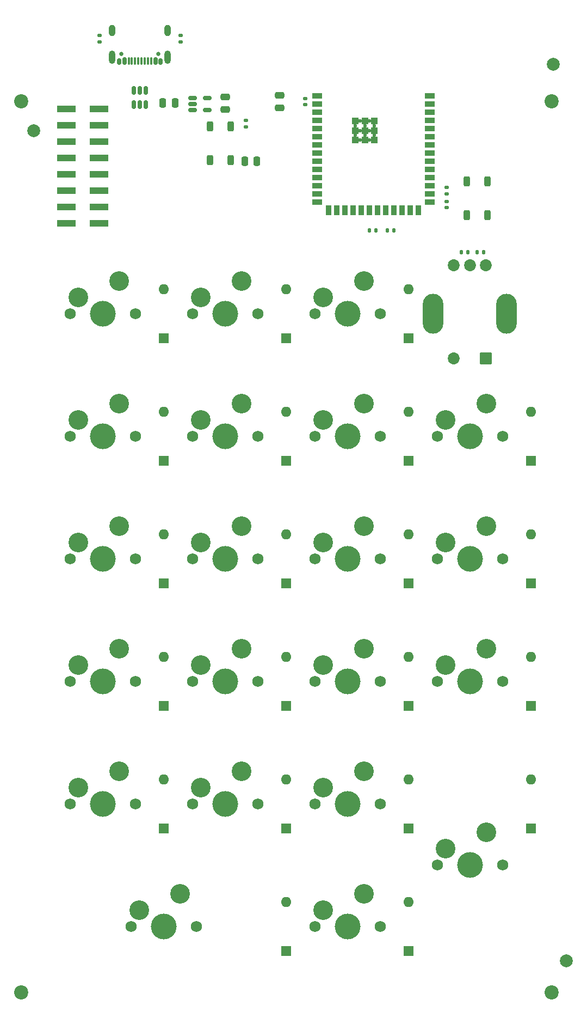
<source format=gbr>
%TF.GenerationSoftware,KiCad,Pcbnew,8.0.6*%
%TF.CreationDate,2024-12-08T22:14:42-05:00*%
%TF.ProjectId,kiCAD Keypad,6b694341-4420-44b6-9579-7061642e6b69,rev?*%
%TF.SameCoordinates,Original*%
%TF.FileFunction,Soldermask,Top*%
%TF.FilePolarity,Negative*%
%FSLAX46Y46*%
G04 Gerber Fmt 4.6, Leading zero omitted, Abs format (unit mm)*
G04 Created by KiCad (PCBNEW 8.0.6) date 2024-12-08 22:14:42*
%MOMM*%
%LPD*%
G01*
G04 APERTURE LIST*
G04 Aperture macros list*
%AMRoundRect*
0 Rectangle with rounded corners*
0 $1 Rounding radius*
0 $2 $3 $4 $5 $6 $7 $8 $9 X,Y pos of 4 corners*
0 Add a 4 corners polygon primitive as box body*
4,1,4,$2,$3,$4,$5,$6,$7,$8,$9,$2,$3,0*
0 Add four circle primitives for the rounded corners*
1,1,$1+$1,$2,$3*
1,1,$1+$1,$4,$5*
1,1,$1+$1,$6,$7*
1,1,$1+$1,$8,$9*
0 Add four rect primitives between the rounded corners*
20,1,$1+$1,$2,$3,$4,$5,0*
20,1,$1+$1,$4,$5,$6,$7,0*
20,1,$1+$1,$6,$7,$8,$9,0*
20,1,$1+$1,$8,$9,$2,$3,0*%
G04 Aperture macros list end*
%ADD10RoundRect,0.150000X-0.512500X-0.150000X0.512500X-0.150000X0.512500X0.150000X-0.512500X0.150000X0*%
%ADD11RoundRect,0.102000X0.825000X0.825000X-0.825000X0.825000X-0.825000X-0.825000X0.825000X-0.825000X0*%
%ADD12C,1.854000*%
%ADD13O,3.204000X6.204000*%
%ADD14RoundRect,0.250000X-0.250000X0.525000X-0.250000X-0.525000X0.250000X-0.525000X0.250000X0.525000X0*%
%ADD15R,3.000000X1.000000*%
%ADD16C,1.750000*%
%ADD17C,3.050000*%
%ADD18C,4.000000*%
%ADD19RoundRect,0.135000X0.185000X-0.135000X0.185000X0.135000X-0.185000X0.135000X-0.185000X-0.135000X0*%
%ADD20R,1.500000X0.900000*%
%ADD21R,0.900000X1.500000*%
%ADD22R,1.000000X1.000000*%
%ADD23C,0.600000*%
%ADD24C,2.000000*%
%ADD25RoundRect,0.250000X-0.250000X-0.475000X0.250000X-0.475000X0.250000X0.475000X-0.250000X0.475000X0*%
%ADD26RoundRect,0.135000X-0.135000X-0.185000X0.135000X-0.185000X0.135000X0.185000X-0.135000X0.185000X0*%
%ADD27RoundRect,0.250000X-0.475000X0.250000X-0.475000X-0.250000X0.475000X-0.250000X0.475000X0.250000X0*%
%ADD28C,2.200000*%
%ADD29RoundRect,0.135000X-0.185000X0.135000X-0.185000X-0.135000X0.185000X-0.135000X0.185000X0.135000X0*%
%ADD30RoundRect,0.250000X0.250000X0.475000X-0.250000X0.475000X-0.250000X-0.475000X0.250000X-0.475000X0*%
%ADD31RoundRect,0.147500X-0.147500X-0.172500X0.147500X-0.172500X0.147500X0.172500X-0.147500X0.172500X0*%
%ADD32RoundRect,0.250000X0.475000X-0.250000X0.475000X0.250000X-0.475000X0.250000X-0.475000X-0.250000X0*%
%ADD33RoundRect,0.140000X0.170000X-0.140000X0.170000X0.140000X-0.170000X0.140000X-0.170000X-0.140000X0*%
%ADD34C,0.650000*%
%ADD35RoundRect,0.150000X0.150000X0.350000X-0.150000X0.350000X-0.150000X-0.350000X0.150000X-0.350000X0*%
%ADD36RoundRect,0.150000X0.150000X0.425000X-0.150000X0.425000X-0.150000X-0.425000X0.150000X-0.425000X0*%
%ADD37RoundRect,0.075000X0.075000X0.500000X-0.075000X0.500000X-0.075000X-0.500000X0.075000X-0.500000X0*%
%ADD38O,1.000000X2.100000*%
%ADD39O,1.000000X1.800000*%
%ADD40RoundRect,0.135000X0.135000X0.185000X-0.135000X0.185000X-0.135000X-0.185000X0.135000X-0.185000X0*%
%ADD41R,1.600000X1.600000*%
%ADD42O,1.600000X1.600000*%
%ADD43RoundRect,0.150000X-0.150000X0.512500X-0.150000X-0.512500X0.150000X-0.512500X0.150000X0.512500X0*%
G04 APERTURE END LIST*
D10*
%TO.C,U4*%
X63700000Y-47450000D03*
X63700000Y-48400000D03*
X63700000Y-49350000D03*
X65975000Y-49350000D03*
X65975000Y-47450000D03*
%TD*%
D11*
%TO.C,SW3*%
X109338750Y-87962500D03*
D12*
X104338750Y-87962500D03*
X109338750Y-73462500D03*
X104338750Y-73462500D03*
X106838750Y-73462500D03*
D13*
X112538750Y-80962500D03*
X101138750Y-80962500D03*
%TD*%
D14*
%TO.C,SW2*%
X109600000Y-60375000D03*
X109600000Y-65625000D03*
X106400000Y-60375000D03*
X106400000Y-65625000D03*
%TD*%
D15*
%TO.C,J3*%
X49120000Y-49110000D03*
X44080000Y-49110000D03*
X49120000Y-51650000D03*
X44080000Y-51650000D03*
X49120000Y-54190000D03*
X44080000Y-54190000D03*
X49120000Y-56730000D03*
X44080000Y-56730000D03*
X49120000Y-59270000D03*
X44080000Y-59270000D03*
X49120000Y-61810000D03*
X44080000Y-61810000D03*
X49120000Y-64350000D03*
X44080000Y-64350000D03*
X49120000Y-66890000D03*
X44080000Y-66890000D03*
%TD*%
D16*
%TO.C,S8*%
X44608750Y-119062500D03*
D17*
X45878750Y-116522500D03*
D18*
X49688750Y-119062500D03*
D17*
X52228750Y-113982500D03*
D16*
X54768750Y-119062500D03*
%TD*%
D14*
%TO.C,SW1*%
X69600000Y-51875000D03*
X69600000Y-57125000D03*
X66400000Y-51875000D03*
X66400000Y-57125000D03*
%TD*%
D16*
%TO.C,S1*%
X44608750Y-80962500D03*
D17*
X45878750Y-78422500D03*
D18*
X49688750Y-80962500D03*
D17*
X52228750Y-75882500D03*
D16*
X54768750Y-80962500D03*
%TD*%
D19*
%TO.C,R3*%
X49200000Y-38710000D03*
X49200000Y-37690000D03*
%TD*%
D16*
%TO.C,S21*%
X82708750Y-176212500D03*
D17*
X83978750Y-173672500D03*
D18*
X87788750Y-176212500D03*
D17*
X90328750Y-171132500D03*
D16*
X92868750Y-176212500D03*
%TD*%
D20*
%TO.C,U1*%
X83110000Y-47150000D03*
X83110000Y-48420000D03*
X83110000Y-49690000D03*
X83110000Y-50960000D03*
X83110000Y-52230000D03*
X83110000Y-53500000D03*
X83110000Y-54770000D03*
X83110000Y-56040000D03*
X83110000Y-57310000D03*
X83110000Y-58580000D03*
X83110000Y-59850000D03*
X83110000Y-61120000D03*
X83110000Y-62390000D03*
X83110000Y-63660000D03*
D21*
X84875000Y-64910000D03*
X86145000Y-64910000D03*
X87415000Y-64910000D03*
X88685000Y-64910000D03*
X89955000Y-64910000D03*
X91225000Y-64910000D03*
X92495000Y-64910000D03*
X93765000Y-64910000D03*
X95035000Y-64910000D03*
X96305000Y-64910000D03*
X97575000Y-64910000D03*
X98845000Y-64910000D03*
D20*
X100610000Y-63660000D03*
X100610000Y-62390000D03*
X100610000Y-61120000D03*
X100610000Y-59850000D03*
X100610000Y-58580000D03*
X100610000Y-57310000D03*
X100610000Y-56040000D03*
X100610000Y-54770000D03*
X100610000Y-53500000D03*
X100610000Y-52230000D03*
X100610000Y-50960000D03*
X100610000Y-49690000D03*
X100610000Y-48420000D03*
X100610000Y-47150000D03*
D22*
X89000000Y-51000000D03*
D23*
X89000000Y-51750000D03*
D22*
X89000000Y-52500000D03*
D23*
X89000000Y-53250000D03*
D22*
X89000000Y-54000000D03*
D23*
X89750000Y-51000000D03*
X89750000Y-52500000D03*
X89750000Y-54000000D03*
D22*
X90500000Y-51000000D03*
D23*
X90500000Y-51750000D03*
D22*
X90500000Y-52500000D03*
D23*
X90500000Y-53250000D03*
D22*
X90500000Y-54000000D03*
D23*
X91250000Y-51000000D03*
X91250000Y-52500000D03*
X91250000Y-54000000D03*
D22*
X92000000Y-51000000D03*
D23*
X92000000Y-51750000D03*
D22*
X92000000Y-52500000D03*
D23*
X92000000Y-53250000D03*
D22*
X92000000Y-54000000D03*
%TD*%
D24*
%TO.C,FM1*%
X119800000Y-42200000D03*
%TD*%
D25*
%TO.C,C3*%
X71800000Y-57250000D03*
X73700000Y-57250000D03*
%TD*%
D19*
%TO.C,R4*%
X61800000Y-38710000D03*
X61800000Y-37690000D03*
%TD*%
D24*
%TO.C,FM3*%
X121900000Y-181600000D03*
%TD*%
D16*
%TO.C,S3*%
X82738750Y-80962500D03*
D17*
X84008750Y-78422500D03*
D18*
X87818750Y-80962500D03*
D17*
X90358750Y-75882500D03*
D16*
X92898750Y-80962500D03*
%TD*%
D26*
%TO.C,R6*%
X108000000Y-71437500D03*
X109020000Y-71437500D03*
%TD*%
D27*
%TO.C,C6*%
X68750000Y-49200000D03*
X68750000Y-47300000D03*
%TD*%
D28*
%TO.C,H1*%
X119600000Y-47950000D03*
%TD*%
D29*
%TO.C,R2*%
X103200000Y-61380000D03*
X103200000Y-62400000D03*
%TD*%
D28*
%TO.C,H2*%
X37000000Y-48000000D03*
%TD*%
D30*
%TO.C,C5*%
X59050000Y-48250000D03*
X60950000Y-48250000D03*
%TD*%
D16*
%TO.C,S12*%
X44608750Y-138112500D03*
D17*
X45878750Y-135572500D03*
D18*
X49688750Y-138112500D03*
D17*
X52228750Y-133032500D03*
D16*
X54768750Y-138112500D03*
%TD*%
D28*
%TO.C,H4*%
X37000000Y-186500000D03*
%TD*%
D16*
%TO.C,S14*%
X82708750Y-138112500D03*
D17*
X83978750Y-135572500D03*
D18*
X87788750Y-138112500D03*
D17*
X90328750Y-133032500D03*
D16*
X92868750Y-138112500D03*
%TD*%
D31*
%TO.C,D22*%
X94015000Y-68000000D03*
X94985000Y-68000000D03*
%TD*%
D16*
%TO.C,S6*%
X82708750Y-100012500D03*
D17*
X83978750Y-97472500D03*
D18*
X87788750Y-100012500D03*
D17*
X90328750Y-94932500D03*
D16*
X92868750Y-100012500D03*
%TD*%
%TO.C,S7*%
X101758750Y-100012500D03*
D17*
X103028750Y-97472500D03*
D18*
X106838750Y-100012500D03*
D17*
X109378750Y-94932500D03*
D16*
X111918750Y-100012500D03*
%TD*%
D26*
%TO.C,R5*%
X105490000Y-71437500D03*
X106510000Y-71437500D03*
%TD*%
D16*
%TO.C,S13*%
X63658750Y-138112500D03*
D17*
X64928750Y-135572500D03*
D18*
X68738750Y-138112500D03*
D17*
X71278750Y-133032500D03*
D16*
X73818750Y-138112500D03*
%TD*%
D32*
%TO.C,C2*%
X77250000Y-48950000D03*
X77250000Y-47050000D03*
%TD*%
D16*
%TO.C,S11*%
X101758750Y-119062500D03*
D17*
X103028750Y-116522500D03*
D18*
X106838750Y-119062500D03*
D17*
X109378750Y-113982500D03*
D16*
X111918750Y-119062500D03*
%TD*%
%TO.C,S2*%
X63688750Y-80962500D03*
D17*
X64958750Y-78422500D03*
D18*
X68768750Y-80962500D03*
D17*
X71308750Y-75882500D03*
D16*
X73848750Y-80962500D03*
%TD*%
%TO.C,S4*%
X44608750Y-100012500D03*
D17*
X45878750Y-97472500D03*
D18*
X49688750Y-100012500D03*
D17*
X52228750Y-94932500D03*
D16*
X54768750Y-100012500D03*
%TD*%
%TO.C,S5*%
X63658750Y-100012500D03*
D17*
X64928750Y-97472500D03*
D18*
X68738750Y-100012500D03*
D17*
X71278750Y-94932500D03*
D16*
X73818750Y-100012500D03*
%TD*%
D33*
%TO.C,C1*%
X81250000Y-48460000D03*
X81250000Y-47500000D03*
%TD*%
D16*
%TO.C,S18*%
X82708750Y-157162500D03*
D17*
X83978750Y-154622500D03*
D18*
X87788750Y-157162500D03*
D17*
X90328750Y-152082500D03*
D16*
X92868750Y-157162500D03*
%TD*%
%TO.C,S20*%
X54133750Y-176212500D03*
D17*
X55403750Y-173672500D03*
D18*
X59213750Y-176212500D03*
D17*
X61753750Y-171132500D03*
D16*
X64293750Y-176212500D03*
%TD*%
%TO.C,S15*%
X101758750Y-138112500D03*
D17*
X103028750Y-135572500D03*
D18*
X106838750Y-138112500D03*
D17*
X109378750Y-133032500D03*
D16*
X111918750Y-138112500D03*
%TD*%
%TO.C,S17*%
X63658750Y-157162500D03*
D17*
X64928750Y-154622500D03*
D18*
X68738750Y-157162500D03*
D17*
X71278750Y-152082500D03*
D16*
X73818750Y-157162500D03*
%TD*%
%TO.C,S9*%
X63658750Y-119062500D03*
D17*
X64928750Y-116522500D03*
D18*
X68738750Y-119062500D03*
D17*
X71278750Y-113982500D03*
D16*
X73818750Y-119062500D03*
%TD*%
%TO.C,S10*%
X82708750Y-119062500D03*
D17*
X83978750Y-116522500D03*
D18*
X87788750Y-119062500D03*
D17*
X90328750Y-113982500D03*
D16*
X92868750Y-119062500D03*
%TD*%
D34*
%TO.C,J1*%
X58390000Y-40605000D03*
X52610000Y-40605000D03*
D35*
X58700000Y-41755000D03*
D36*
X57900000Y-41680000D03*
D37*
X56750000Y-41680000D03*
X55750000Y-41680000D03*
X55250000Y-41680000D03*
X54250000Y-41680000D03*
D36*
X53100000Y-41680000D03*
D35*
X52300000Y-41755000D03*
X52300000Y-41755000D03*
D36*
X53100000Y-41680000D03*
D37*
X53750000Y-41680000D03*
X54750000Y-41680000D03*
X56250000Y-41680000D03*
X57250000Y-41680000D03*
D36*
X57900000Y-41680000D03*
D35*
X58700000Y-41755000D03*
D38*
X59820000Y-41105000D03*
D39*
X59820000Y-36925000D03*
D38*
X51180000Y-41105000D03*
D39*
X51180000Y-36925000D03*
%TD*%
D16*
%TO.C,S16*%
X44608750Y-157162500D03*
D17*
X45878750Y-154622500D03*
D18*
X49688750Y-157162500D03*
D17*
X52228750Y-152082500D03*
D16*
X54768750Y-157162500D03*
%TD*%
D29*
%TO.C,R1*%
X72000000Y-50890000D03*
X72000000Y-51910000D03*
%TD*%
D16*
%TO.C,S19*%
X101758750Y-166687500D03*
D17*
X103028750Y-164147500D03*
D18*
X106838750Y-166687500D03*
D17*
X109378750Y-161607500D03*
D16*
X111918750Y-166687500D03*
%TD*%
D24*
%TO.C,FM2*%
X39000000Y-52500000D03*
%TD*%
D40*
%TO.C,R7*%
X92260000Y-68000000D03*
X91240000Y-68000000D03*
%TD*%
D28*
%TO.C,H3*%
X119600000Y-186450000D03*
%TD*%
D33*
%TO.C,C4*%
X103200000Y-64480000D03*
X103200000Y-63520000D03*
%TD*%
D41*
%TO.C,D16*%
X59213750Y-160972500D03*
D42*
X59213750Y-153352500D03*
%TD*%
D41*
%TO.C,D5*%
X78263750Y-103822500D03*
D42*
X78263750Y-96202500D03*
%TD*%
D41*
%TO.C,D14*%
X97313750Y-141922500D03*
D42*
X97313750Y-134302500D03*
%TD*%
D41*
%TO.C,D9*%
X78263750Y-122872500D03*
D42*
X78263750Y-115252500D03*
%TD*%
D41*
%TO.C,D4*%
X59213750Y-103822500D03*
D42*
X59213750Y-96202500D03*
%TD*%
D41*
%TO.C,D1*%
X59213750Y-84772500D03*
D42*
X59213750Y-77152500D03*
%TD*%
D41*
%TO.C,D17*%
X78263750Y-160972500D03*
D42*
X78263750Y-153352500D03*
%TD*%
D41*
%TO.C,D19*%
X116363750Y-160972500D03*
D42*
X116363750Y-153352500D03*
%TD*%
D41*
%TO.C,D6*%
X97313750Y-103822500D03*
D42*
X97313750Y-96202500D03*
%TD*%
D41*
%TO.C,D10*%
X97313750Y-122872500D03*
D42*
X97313750Y-115252500D03*
%TD*%
D41*
%TO.C,D20*%
X78263750Y-180022500D03*
D42*
X78263750Y-172402500D03*
%TD*%
D41*
%TO.C,D21*%
X97313750Y-180022500D03*
D42*
X97313750Y-172402500D03*
%TD*%
D41*
%TO.C,D2*%
X78263750Y-84772500D03*
D42*
X78263750Y-77152500D03*
%TD*%
D41*
%TO.C,D3*%
X97313750Y-84772500D03*
D42*
X97313750Y-77152500D03*
%TD*%
D41*
%TO.C,D8*%
X59213750Y-122872500D03*
D42*
X59213750Y-115252500D03*
%TD*%
D41*
%TO.C,D15*%
X116363750Y-141922500D03*
D42*
X116363750Y-134302500D03*
%TD*%
D41*
%TO.C,D12*%
X59213750Y-141922500D03*
D42*
X59213750Y-134302500D03*
%TD*%
D41*
%TO.C,D11*%
X116363750Y-122872500D03*
D42*
X116363750Y-115252500D03*
%TD*%
D41*
%TO.C,D7*%
X116363750Y-103822500D03*
D42*
X116363750Y-96202500D03*
%TD*%
D41*
%TO.C,D18*%
X97313750Y-160972500D03*
D42*
X97313750Y-153352500D03*
%TD*%
D41*
%TO.C,D13*%
X78263750Y-141922500D03*
D42*
X78263750Y-134302500D03*
%TD*%
D43*
%TO.C,U2*%
X56450000Y-48512500D03*
X55500000Y-48512500D03*
X54550000Y-48512500D03*
X54550000Y-46237500D03*
X55500000Y-46237500D03*
X56450000Y-46237500D03*
%TD*%
M02*

</source>
